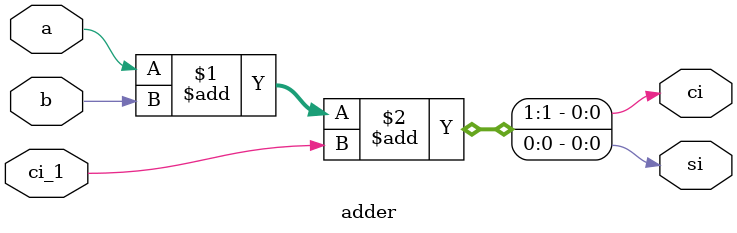
<source format=v>
module adder(a,b,ci_1,si,ci);
	input a,b,ci_1;
	output si,ci;
	assign{ci,si}=a+b+ci_1;
endmodule
</source>
